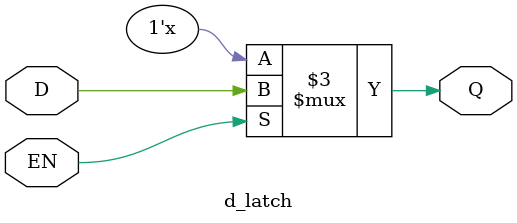
<source format=v>
module d_latch (
    input  D,
    input  EN,
    output reg Q
);
    always @ (D or EN) begin
        if (EN)
            Q = D;
    end
endmodule
  




/*output
meenakshi@meenakshi-Inspiron-3501:~/verilog/d_latch$ vvp d_latch.out
VCD info: dumpfile d_latch.vcd opened for output.
Time  EN  D  Q
0   0   0  x
10   0   1  x
20   1   1  1
30   1   0  0
40   0   1  0
d_latch_tb.v:19: $finish called at 50 (1s)
*/

</source>
